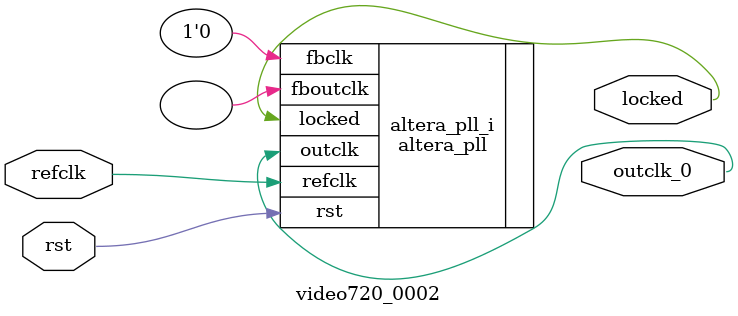
<source format=v>
`timescale 1ns/10ps
module  video720_0002(

	// interface 'refclk'
	input wire refclk,

	// interface 'reset'
	input wire rst,

	// interface 'outclk0'
	output wire outclk_0,

	// interface 'locked'
	output wire locked
);

	altera_pll #(
		.fractional_vco_multiplier("true"),
		.reference_clock_frequency("50.0 MHz"),
		.operation_mode("direct"),
		.number_of_clocks(1),
		.output_clock_frequency0("74.250000 MHz"),
		.phase_shift0("0 ps"),
		.duty_cycle0(50),
		.output_clock_frequency1("0 MHz"),
		.phase_shift1("0 ps"),
		.duty_cycle1(50),
		.output_clock_frequency2("0 MHz"),
		.phase_shift2("0 ps"),
		.duty_cycle2(50),
		.output_clock_frequency3("0 MHz"),
		.phase_shift3("0 ps"),
		.duty_cycle3(50),
		.output_clock_frequency4("0 MHz"),
		.phase_shift4("0 ps"),
		.duty_cycle4(50),
		.output_clock_frequency5("0 MHz"),
		.phase_shift5("0 ps"),
		.duty_cycle5(50),
		.output_clock_frequency6("0 MHz"),
		.phase_shift6("0 ps"),
		.duty_cycle6(50),
		.output_clock_frequency7("0 MHz"),
		.phase_shift7("0 ps"),
		.duty_cycle7(50),
		.output_clock_frequency8("0 MHz"),
		.phase_shift8("0 ps"),
		.duty_cycle8(50),
		.output_clock_frequency9("0 MHz"),
		.phase_shift9("0 ps"),
		.duty_cycle9(50),
		.output_clock_frequency10("0 MHz"),
		.phase_shift10("0 ps"),
		.duty_cycle10(50),
		.output_clock_frequency11("0 MHz"),
		.phase_shift11("0 ps"),
		.duty_cycle11(50),
		.output_clock_frequency12("0 MHz"),
		.phase_shift12("0 ps"),
		.duty_cycle12(50),
		.output_clock_frequency13("0 MHz"),
		.phase_shift13("0 ps"),
		.duty_cycle13(50),
		.output_clock_frequency14("0 MHz"),
		.phase_shift14("0 ps"),
		.duty_cycle14(50),
		.output_clock_frequency15("0 MHz"),
		.phase_shift15("0 ps"),
		.duty_cycle15(50),
		.output_clock_frequency16("0 MHz"),
		.phase_shift16("0 ps"),
		.duty_cycle16(50),
		.output_clock_frequency17("0 MHz"),
		.phase_shift17("0 ps"),
		.duty_cycle17(50),
		.pll_type("General"),
		.pll_subtype("General")
	) altera_pll_i (
		.rst	(rst),
		.outclk	({outclk_0}),
		.locked	(locked),
		.fboutclk	( ),
		.fbclk	(1'b0),
		.refclk	(refclk)
	);
endmodule


</source>
